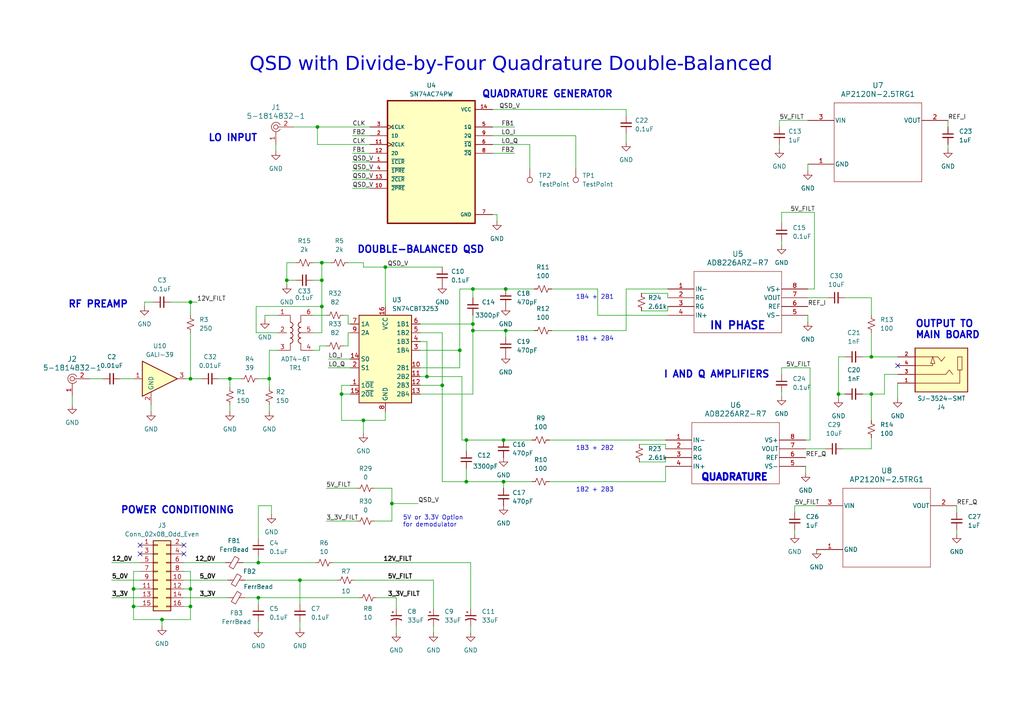
<source format=kicad_sch>
(kicad_sch (version 20230121) (generator eeschema)
  (paper "A4")
  (title_block (title "QSD4 with Divide-by-Four Quadrature Double-Balanced") (date "2023-10-26") (rev "1.0"))
  (lib_symbols
    (symbol "2023-10-04_14-23-21:AD8226ARZ-R7" (pin_names (offset 0.254))
      (property "Reference" "U" (at 20.32 10.16 0))
      (property "Value" "AD8226ARZ-R7" (at 20.32 7.62 0))
      (symbol "AD8226ARZ-R7_0_1"
        (pin unspecified line (at 0 0 0) (length 7.62) (name "IN-") (number "1"))
        (pin unspecified line (at 0 -2.54 0) (length 7.62) (name "RG") (number "2"))
        (pin unspecified line (at 0 -5.08 0) (length 7.62) (name "RG") (number "3"))
        (pin unspecified line (at 0 -7.62 0) (length 7.62) (name "IN+") (number "4"))
        (pin power_in line (at 40.64 -7.62 180) (length 7.62) (name "VS-") (number "5"))
        (pin unspecified line (at 40.64 -5.08 180) (length 7.62) (name "REF") (number "6"))
        (pin unspecified line (at 40.64 -2.54 180) (length 7.62) (name "VOUT") (number "7"))
        (pin power_in line (at 40.64 0 180) (length 7.62) (name "VS+") (number "8"))
      )
    )
    (symbol "2023-10-04_14-49-55:AP2120N-2.5TRG1" (pin_names (offset 0.254))
      (property "Reference" "U" (at 20.32 10.16 0))
      (property "Value" "AP2120N-2.5TRG1" (at 20.32 7.62 0))
      (symbol "AP2120N-2.5TRG1_0_1"
        (pin power_in line (at 0 -12.7 0) (length 7.62) (name "GND") (number "1"))
        (pin output line (at 40.64 0 180) (length 7.62) (name "VOUT") (number "2"))
        (pin input line (at 0 0 0) (length 7.62) (name "VIN") (number "3"))
      )
    )
    (symbol "Analog_Switch:SN74CBT3253"
      (property "Reference" "U" (at -7.62 13.97 0))
      (property "Value" "SN74CBT3253" (at -11.43 -13.97 0))
      (symbol "SN74CBT3253_1_1"
        (pin input line (at -10.16 -7.62 0) (length 2.54) (name "1~{OE}") (number "1"))
        (pin bidirectional line (at 10.16 -2.54 180) (length 2.54) (name "2B1") (number "10"))
        (pin bidirectional line (at 10.16 -5.08 180) (length 2.54) (name "2B2") (number "11"))
        (pin bidirectional line (at 10.16 -7.62 180) (length 2.54) (name "2B3") (number "12"))
        (pin bidirectional line (at 10.16 -10.16 180) (length 2.54) (name "2B4") (number "13"))
        (pin input line (at -10.16 0 0) (length 2.54) (name "S0") (number "14"))
        (pin input line (at -10.16 -10.16 0) (length 2.54) (name "2~{OE}") (number "15"))
        (pin power_in line (at 0 15.24 270) (length 2.54) (name "VCC") (number "16"))
        (pin input line (at -10.16 -2.54 0) (length 2.54) (name "S1") (number "2"))
        (pin bidirectional line (at 10.16 2.54 180) (length 2.54) (name "1B4") (number "3"))
        (pin bidirectional line (at 10.16 5.08 180) (length 2.54) (name "1B3") (number "4"))
        (pin bidirectional line (at 10.16 7.62 180) (length 2.54) (name "1B2") (number "5"))
        (pin bidirectional line (at 10.16 10.16 180) (length 2.54) (name "1B1") (number "6"))
        (pin bidirectional line (at -10.16 10.16 0) (length 2.54) (name "1A") (number "7"))
        (pin power_in line (at 0 -15.24 90) (length 2.54) (name "GND") (number "8"))
        (pin bidirectional line (at -10.16 7.62 0) (length 2.54) (name "2A") (number "9"))
      )
    )
    (symbol "Connector:TestPoint" (pin_numbers hide) (pin_names (offset 0.762) hide)
      (property "Reference" "TP" (at 0 6.858 0))
      (property "Value" "TestPoint" (at 0 5.08 0))
      (symbol "TestPoint_1_1"
        (pin passive line (at 0 0 90) (length 2.54) (name "1") (number "1"))
      )
    )
    (symbol "Connector_Generic:Conn_02x08_Odd_Even" (pin_names (offset 1.016) hide)
      (property "Reference" "J" (at 1.27 10.16 0))
      (property "Value" "Conn_02x08_Odd_Even" (at 1.27 -12.7 0))
      (symbol "Conn_02x08_Odd_Even_1_1"
        (pin passive line (at -5.08 7.62 0) (length 3.81) (name "Pin_1") (number "1"))
        (pin passive line (at 7.62 -2.54 180) (length 3.81) (name "Pin_10") (number "10"))
        (pin passive line (at -5.08 -5.08 0) (length 3.81) (name "Pin_11") (number "11"))
        (pin passive line (at 7.62 -5.08 180) (length 3.81) (name "Pin_12") (number "12"))
        (pin passive line (at -5.08 -7.62 0) (length 3.81) (name "Pin_13") (number "13"))
        (pin passive line (at 7.62 -7.62 180) (length 3.81) (name "Pin_14") (number "14"))
        (pin passive line (at -5.08 -10.16 0) (length 3.81) (name "Pin_15") (number "15"))
        (pin passive line (at 7.62 -10.16 180) (length 3.81) (name "Pin_16") (number "16"))
        (pin passive line (at 7.62 7.62 180) (length 3.81) (name "Pin_2") (number "2"))
        (pin passive line (at -5.08 5.08 0) (length 3.81) (name "Pin_3") (number "3"))
        (pin passive line (at 7.62 5.08 180) (length 3.81) (name "Pin_4") (number "4"))
        (pin passive line (at -5.08 2.54 0) (length 3.81) (name "Pin_5") (number "5"))
        (pin passive line (at 7.62 2.54 180) (length 3.81) (name "Pin_6") (number "6"))
        (pin passive line (at -5.08 0 0) (length 3.81) (name "Pin_7") (number "7"))
        (pin passive line (at 7.62 0 180) (length 3.81) (name "Pin_8") (number "8"))
        (pin passive line (at -5.08 -2.54 0) (length 3.81) (name "Pin_9") (number "9"))
      )
    )
    (symbol "Device:C_Polarized_Small_US" (pin_numbers hide) (pin_names (offset 0.254) hide)
      (property "Reference" "C" (at 0.254 1.778 0))
      (property "Value" "C_Polarized_Small_US" (at 0.254 -2.032 0))
      (symbol "C_Polarized_Small_US_1_1"
        (pin passive line (at 0 2.54 270) (length 2.032) (name "~") (number "1"))
        (pin passive line (at 0 -2.54 90) (length 2.032) (name "~") (number "2"))
      )
    )
    (symbol "Device:C_Small" (pin_numbers hide) (pin_names (offset 0.254) hide)
      (property "Reference" "C" (at 0.254 1.778 0))
      (property "Value" "C_Small" (at 0.254 -2.032 0))
      (symbol "C_Small_1_1"
        (pin passive line (at 0 2.54 270) (length 2.032) (name "~") (number "1"))
        (pin passive line (at 0 -2.54 90) (length 2.032) (name "~") (number "2"))
      )
    )
    (symbol "Device:FerriteBead_Small" (pin_numbers hide) (pin_names (offset 0))
      (property "Reference" "FB" (at 1.905 1.27 0))
      (property "Value" "FerriteBead_Small" (at 1.905 -1.27 0))
      (symbol "FerriteBead_Small_1_1"
        (pin passive line (at 0 2.54 270) (length 1.27) (name "~") (number "1"))
        (pin passive line (at 0 -2.54 90) (length 1.27) (name "~") (number "2"))
      )
    )
    (symbol "Device:R_Small_US" (pin_numbers hide) (pin_names (offset 0.254) hide)
      (property "Reference" "R" (at 0.762 0.508 0))
      (property "Value" "R_Small_US" (at 0.762 -1.016 0))
      (symbol "R_Small_US_1_1"
        (pin passive line (at 0 2.54 270) (length 1.016) (name "~") (number "1"))
        (pin passive line (at 0 -2.54 90) (length 1.016) (name "~") (number "2"))
      )
    )
    (symbol "RF_Amplifier:GALI-39"
      (property "Reference" "U" (at -1.27 7.62 0))
      (property "Value" "GALI-39" (at 2.54 5.08 0))
      (symbol "GALI-39_1_1"
        (pin input line (at -7.62 0 0) (length 2.54) (name "~") (number "1"))
        (pin power_in line (at -2.54 -7.62 90) (length 3.81) (name "GND") (number "2"))
        (pin output line (at 7.62 0 180) (length 2.54) (name "~") (number "3"))
      )
    )
    (symbol "SJ-3524-SMT:SJ-3524-SMT" (pin_names (offset 1.016) hide)
      (property "Reference" "J" (at -7.6454 8.2804 0))
      (property "Value" "SJ-3524-SMT" (at -7.6454 -7.6708 0))
      (symbol "SJ-3524-SMT_0_0"
        (pin passive line (at 12.7 5.08 180) (length 5.08) (name "~") (number "1"))
        (pin passive line (at 12.7 -2.54 180) (length 5.08) (name "~") (number "2"))
        (pin passive line (at 12.7 2.54 180) (length 5.08) (name "~") (number "3"))
        (pin passive line (at 12.7 0 180) (length 5.08) (name "~") (number "4"))
      )
    )
    (symbol "SN74AC74PW:SN74AC74PW" (pin_names (offset 1.016))
      (property "Reference" "U" (at -12.7 18.78 0))
      (property "Value" "SN74AC74PW" (at -12.7 -21.78 0))
      (symbol "SN74AC74PW_0_0"
        (pin input line (at -17.78 0 0) (length 5.08) (name "~{1CLR}") (number "1"))
        (pin input line (at -17.78 -7.62 0) (length 5.08) (name "~{2PRE}") (number "10"))
        (pin input clock (at -17.78 5.08 0) (length 5.08) (name "2CLK") (number "11"))
        (pin input line (at -17.78 2.54 0) (length 5.08) (name "2D") (number "12"))
        (pin input line (at -17.78 -5.08 0) (length 5.08) (name "~{2CLR}") (number "13"))
        (pin power_in line (at 17.78 15.24 180) (length 5.08) (name "VCC") (number "14"))
        (pin input line (at -17.78 7.62 0) (length 5.08) (name "1D") (number "2"))
        (pin input clock (at -17.78 10.16 0) (length 5.08) (name "1CLK") (number "3"))
        (pin input line (at -17.78 -2.54 0) (length 5.08) (name "~{1PRE}") (number "4"))
        (pin output line (at 17.78 10.16 180) (length 5.08) (name "1Q") (number "5"))
        (pin output line (at 17.78 5.08 180) (length 5.08) (name "~{1Q}") (number "6"))
        (pin power_in line (at 17.78 -15.24 180) (length 5.08) (name "GND") (number "7"))
        (pin output line (at 17.78 2.54 180) (length 5.08) (name "~{2Q}") (number "8"))
        (pin output line (at 17.78 7.62 180) (length 5.08) (name "2Q") (number "9"))
      )
    )
    (symbol "Transformer:ADT4-6T" (pin_names hide)
      (property "Reference" "TR1" (at 0 10.16 0))
      (property "Value" "ADT4-6T" (at 0 7.62 0))
      (symbol "ADT4-6T_1_1"
        (pin passive line (at -5.08 -5.08 0) (length 2.54) (name "~") (number "1"))
        (pin passive line (at -5.08 0 0) (length 2.54) (name "NOCONN") (number "2"))
        (pin passive line (at -5.08 5.08 0) (length 2.54) (name "~") (number "3"))
        (pin passive line (at 5.08 5.08 180) (length 2.54) (name "~") (number "4"))
        (pin passive line (at 5.08 0 180) (length 2.54) (name "~") (number "5"))
        (pin passive line (at 5.08 -5.08 180) (length 2.54) (name "~") (number "6"))
      )
    )
    (symbol "dk_Coaxial-Connectors-RF:5-1814832-1" (pin_names (offset 1.016))
      (property "Reference" "J" (at -2.54 1.27 0))
      (property "Value" "5-1814832-1" (at 1.27 -2.54 0))
      (symbol "5-1814832-1_1_1"
        (pin passive line (at 0 -5.08 90) (length 3.683) (name "~") (number "1"))
        (pin passive line (at 5.08 0 180) (length 4.445) (name "~") (number "2"))
      )
    )
    (symbol "power:GND" (power) (pin_names (offset 0))
      (property "Value" "GND" (at 0 -3.81 0))
      (symbol "GND_1_1"
        (pin power_in line (at 0 0 270) (length 0) hide (name "GND") (number "1"))
      )
    )
  )
  (junction (at 86.995 168.275))
  (junction (at 111.76 77.47))
  (junction (at 55.245 109.855))
  (junction (at 55.245 175.895))
  (junction (at 55.245 87.63))
  (junction (at 146.685 83.82))
  (junction (at 135.255 127.635))
  (junction (at 135.255 139.7))
  (junction (at 66.675 109.855))
  (junction (at 93.345 88.9))
  (junction (at 252.73 114.3))
  (junction (at 93.345 81.28))
  (junction (at 74.93 163.195))
  (junction (at 137.16 93.98))
  (junction (at 128.27 111.76))
  (junction (at 92.075 36.83))
  (junction (at 99.06 114.3))
  (junction (at 78.105 109.855))
  (junction (at 243.205 114.3))
  (junction (at 137.16 83.82))
  (junction (at 38.735 175.895))
  (junction (at 252.73 103.505))
  (junction (at 55.245 170.815))
  (junction (at 146.685 95.885))
  (junction (at 74.93 173.355))
  (junction (at 105.41 121.92))
  (junction (at 123.825 109.22))
  (junction (at 113.665 146.05))
  (junction (at 38.735 170.815))
  (junction (at 93.345 76.2))
  (junction (at 46.99 179.705))
  (junction (at 146.05 127.635))
  (junction (at 137.16 95.885))
  (junction (at 83.185 81.28))
  (junction (at 146.05 139.7))
  (junction (at 133.35 101.6))
  (no_connect (at 260.35 106.045))
  (no_connect (at 53.34 160.655))
  (no_connect (at 40.64 160.655))
  (no_connect (at 53.34 158.115))
  (no_connect (at 40.64 158.115))
  (wire (pts (xy 274.955 41.91) (xy 274.955 43.18)))
  (wire (pts (xy 186.055 90.17) (xy 193.675 90.17)))
  (wire (pts (xy 114.935 181.61) (xy 114.935 183.515)))
  (wire (pts (xy 233.68 130.175) (xy 239.395 130.175)))
  (wire (pts (xy 102.87 168.275) (xy 125.73 168.275)))
  (wire (pts (xy 121.92 99.06) (xy 123.825 99.06)))
  (wire (pts (xy 55.245 109.855) (xy 58.42 109.855)))
  (wire (pts (xy 108.585 141.605) (xy 113.665 141.605)))
  (wire (pts (xy 90.805 76.2) (xy 93.345 76.2)))
  (wire (pts (xy 234.95 127.635) (xy 234.95 106.68)))
  (wire (pts (xy 74.295 96.52) (xy 74.295 88.9)))
  (wire (pts (xy 167.005 48.895) (xy 167.005 39.37)))
  (wire (pts (xy 38.735 175.895) (xy 38.735 179.705)))
  (wire (pts (xy 185.42 128.905) (xy 193.04 128.905)))
  (wire (pts (xy 74.93 173.355) (xy 74.93 175.26)))
  (wire (pts (xy 181.61 95.885) (xy 181.61 83.82)))
  (wire (pts (xy 103.505 151.13) (xy 94.615 151.13)))
  (wire (pts (xy 226.06 34.925) (xy 226.06 36.83)))
  (wire (pts (xy 230.505 146.685) (xy 230.505 148.59)))
  (wire (pts (xy 38.735 170.815) (xy 40.64 170.815)))
  (wire (pts (xy 252.73 130.175) (xy 252.73 127)))
  (wire (pts (xy 256.54 114.3) (xy 256.54 108.585)))
  (wire (pts (xy 26.035 109.855) (xy 29.845 109.855)))
  (wire (pts (xy 99.06 114.3) (xy 99.06 111.76)))
  (wire (pts (xy 55.245 87.63) (xy 55.245 91.44)))
  (wire (pts (xy 80.01 41.91) (xy 80.01 43.815)))
  (wire (pts (xy 142.875 31.75) (xy 181.61 31.75)))
  (wire (pts (xy 137.16 83.82) (xy 146.685 83.82)))
  (wire (pts (xy 43.815 117.475) (xy 43.815 119.38)))
  (wire (pts (xy 71.12 173.355) (xy 74.93 173.355)))
  (wire (pts (xy 193.675 90.17) (xy 193.675 88.9)))
  (wire (pts (xy 137.16 83.82) (xy 137.16 86.36)))
  (wire (pts (xy 234.95 106.68) (xy 226.695 106.68)))
  (wire (pts (xy 55.245 165.735) (xy 55.245 170.815)))
  (wire (pts (xy 113.665 146.05) (xy 121.285 146.05)))
  (wire (pts (xy 78.105 109.855) (xy 78.105 112.395)))
  (wire (pts (xy 74.93 161.29) (xy 74.93 163.195)))
  (wire (pts (xy 41.91 88.9) (xy 41.91 87.63)))
  (wire (pts (xy 159.385 139.7) (xy 193.04 139.7)))
  (wire (pts (xy 93.345 81.28) (xy 93.345 88.9)))
  (wire (pts (xy 55.245 165.735) (xy 53.34 165.735)))
  (wire (pts (xy 93.345 88.9) (xy 93.345 96.52)))
  (wire (pts (xy 53.34 170.815) (xy 55.245 170.815)))
  (wire (pts (xy 99.06 114.3) (xy 99.06 121.92)))
  (wire (pts (xy 95.25 106.68) (xy 101.6 106.68)))
  (wire (pts (xy 226.695 69.85) (xy 226.695 71.12)))
  (wire (pts (xy 226.06 34.925) (xy 234.315 34.925)))
  (wire (pts (xy 99.06 121.92) (xy 105.41 121.92)))
  (wire (pts (xy 102.235 52.07) (xy 107.315 52.07)))
  (wire (pts (xy 113.665 146.05) (xy 113.665 151.13)))
  (wire (pts (xy 121.92 106.68) (xy 133.35 106.68)))
  (wire (pts (xy 99.06 111.76) (xy 101.6 111.76)))
  (wire (pts (xy 236.22 83.82) (xy 236.22 61.595)))
  (wire (pts (xy 193.04 139.7) (xy 193.04 135.255)))
  (wire (pts (xy 94.615 141.605) (xy 103.505 141.605)))
  (wire (pts (xy 41.91 87.63) (xy 44.45 87.63)))
  (wire (pts (xy 49.53 87.63) (xy 55.245 87.63)))
  (wire (pts (xy 78.74 146.685) (xy 78.74 149.225)))
  (wire (pts (xy 113.665 141.605) (xy 113.665 146.05)))
  (wire (pts (xy 125.73 181.61) (xy 125.73 183.515)))
  (wire (pts (xy 137.16 114.3) (xy 137.16 95.885)))
  (wire (pts (xy 74.93 109.855) (xy 78.105 109.855)))
  (wire (pts (xy 142.875 62.23) (xy 144.145 62.23)))
  (wire (pts (xy 90.805 81.28) (xy 93.345 81.28)))
  (wire (pts (xy 111.76 121.92) (xy 111.76 119.38)))
  (wire (pts (xy 186.055 85.09) (xy 193.675 85.09)))
  (wire (pts (xy 274.955 34.925) (xy 274.955 36.83)))
  (wire (pts (xy 53.34 163.195) (xy 65.405 163.195)))
  (wire (pts (xy 90.805 91.44) (xy 94.615 91.44)))
  (wire (pts (xy 86.995 168.275) (xy 97.79 168.275)))
  (wire (pts (xy 250.19 114.3) (xy 252.73 114.3)))
  (wire (pts (xy 105.41 76.2) (xy 105.41 77.47)))
  (wire (pts (xy 78.105 109.855) (xy 78.105 101.6)))
  (wire (pts (xy 133.35 101.6) (xy 133.35 83.82)))
  (wire (pts (xy 128.27 139.7) (xy 135.255 139.7)))
  (wire (pts (xy 92.71 101.6) (xy 92.71 100.33)))
  (wire (pts (xy 100.965 93.98) (xy 101.6 93.98)))
  (wire (pts (xy 86.995 180.34) (xy 86.995 182.245)))
  (wire (pts (xy 53.34 173.355) (xy 66.04 173.355)))
  (wire (pts (xy 74.93 156.21) (xy 74.93 146.685)))
  (wire (pts (xy 102.235 54.61) (xy 107.315 54.61)))
  (wire (pts (xy 135.255 127.635) (xy 146.05 127.635)))
  (wire (pts (xy 34.925 109.855) (xy 38.735 109.855)))
  (wire (pts (xy 80.645 91.44) (xy 76.835 91.44)))
  (wire (pts (xy 74.93 180.34) (xy 74.93 182.245)))
  (wire (pts (xy 245.11 103.505) (xy 243.205 103.505)))
  (wire (pts (xy 66.675 117.475) (xy 66.675 119.38)))
  (wire (pts (xy 55.245 170.815) (xy 55.245 175.895)))
  (wire (pts (xy 146.685 97.79) (xy 146.685 95.885)))
  (wire (pts (xy 146.05 141.605) (xy 146.05 139.7)))
  (wire (pts (xy 136.525 163.195) (xy 136.525 176.53)))
  (wire (pts (xy 92.075 36.83) (xy 107.315 36.83)))
  (wire (pts (xy 78.105 117.475) (xy 78.105 119.38)))
  (wire (pts (xy 256.54 114.3) (xy 252.73 114.3)))
  (wire (pts (xy 243.205 103.505) (xy 243.205 114.3)))
  (wire (pts (xy 137.16 95.885) (xy 146.685 95.885)))
  (wire (pts (xy 105.41 77.47) (xy 111.76 77.47)))
  (wire (pts (xy 260.35 111.125) (xy 260.35 115.57)))
  (wire (pts (xy 38.735 165.735) (xy 40.64 165.735)))
  (wire (pts (xy 111.76 77.47) (xy 111.76 88.9)))
  (wire (pts (xy 181.61 83.82) (xy 193.675 83.82)))
  (wire (pts (xy 85.725 76.2) (xy 83.185 76.2)))
  (wire (pts (xy 92.075 41.91) (xy 92.075 36.83)))
  (wire (pts (xy 121.92 114.3) (xy 137.16 114.3)))
  (wire (pts (xy 55.245 96.52) (xy 55.245 109.855)))
  (wire (pts (xy 146.05 127.635) (xy 154.305 127.635)))
  (wire (pts (xy 109.22 173.355) (xy 114.935 173.355)))
  (wire (pts (xy 193.04 128.905) (xy 193.04 130.175)))
  (wire (pts (xy 252.73 114.3) (xy 252.73 121.92)))
  (wire (pts (xy 32.385 163.195) (xy 40.64 163.195)))
  (wire (pts (xy 93.345 76.2) (xy 95.885 76.2)))
  (wire (pts (xy 142.875 41.91) (xy 153.67 41.91)))
  (wire (pts (xy 245.11 86.36) (xy 252.73 86.36)))
  (wire (pts (xy 135.255 139.7) (xy 146.05 139.7)))
  (wire (pts (xy 121.92 101.6) (xy 133.35 101.6)))
  (wire (pts (xy 160.02 95.885) (xy 181.61 95.885)))
  (wire (pts (xy 105.41 121.92) (xy 111.76 121.92)))
  (wire (pts (xy 121.92 93.98) (xy 137.16 93.98)))
  (wire (pts (xy 133.35 106.68) (xy 133.35 101.6)))
  (wire (pts (xy 100.965 96.52) (xy 101.6 96.52)))
  (wire (pts (xy 123.825 109.22) (xy 133.985 109.22)))
  (wire (pts (xy 234.315 91.44) (xy 234.315 93.345)))
  (wire (pts (xy 71.12 168.275) (xy 86.995 168.275)))
  (wire (pts (xy 185.42 133.985) (xy 193.04 133.985)))
  (wire (pts (xy 102.235 46.99) (xy 107.315 46.99)))
  (wire (pts (xy 252.73 103.505) (xy 260.35 103.505)))
  (wire (pts (xy 83.185 81.28) (xy 83.185 82.55)))
  (wire (pts (xy 135.255 135.89) (xy 135.255 139.7)))
  (wire (pts (xy 181.61 31.75) (xy 181.61 33.655)))
  (wire (pts (xy 53.34 168.275) (xy 66.04 168.275)))
  (wire (pts (xy 95.25 104.14) (xy 101.6 104.14)))
  (wire (pts (xy 133.985 109.22) (xy 133.985 127.635)))
  (wire (pts (xy 181.61 38.735) (xy 181.61 41.275)))
  (wire (pts (xy 193.675 85.09) (xy 193.675 86.36)))
  (wire (pts (xy 226.06 41.91) (xy 226.06 43.18)))
  (wire (pts (xy 133.35 83.82) (xy 137.16 83.82)))
  (wire (pts (xy 46.99 179.705) (xy 46.99 181.61)))
  (wire (pts (xy 66.675 109.855) (xy 69.85 109.855)))
  (wire (pts (xy 226.695 64.77) (xy 226.695 61.595)))
  (wire (pts (xy 32.385 168.275) (xy 40.64 168.275)))
  (wire (pts (xy 123.825 99.06) (xy 123.825 109.22)))
  (wire (pts (xy 108.585 151.13) (xy 113.665 151.13)))
  (wire (pts (xy 83.185 81.28) (xy 85.725 81.28)))
  (wire (pts (xy 38.735 170.815) (xy 38.735 165.735)))
  (wire (pts (xy 128.27 111.76) (xy 128.27 139.7)))
  (wire (pts (xy 78.105 101.6) (xy 80.645 101.6)))
  (wire (pts (xy 96.52 163.195) (xy 136.525 163.195)))
  (wire (pts (xy 85.09 36.83) (xy 92.075 36.83)))
  (wire (pts (xy 277.495 153.67) (xy 277.495 154.94)))
  (wire (pts (xy 142.875 39.37) (xy 167.005 39.37)))
  (wire (pts (xy 63.5 109.855) (xy 66.675 109.855)))
  (wire (pts (xy 133.985 127.635) (xy 135.255 127.635)))
  (wire (pts (xy 102.235 44.45) (xy 107.315 44.45)))
  (wire (pts (xy 92.075 41.91) (xy 107.315 41.91)))
  (wire (pts (xy 144.145 62.23) (xy 144.145 64.135)))
  (wire (pts (xy 55.245 87.63) (xy 57.15 87.63)))
  (wire (pts (xy 90.805 96.52) (xy 93.345 96.52)))
  (wire (pts (xy 135.255 127.635) (xy 135.255 130.81)))
  (wire (pts (xy 121.92 109.22) (xy 123.825 109.22)))
  (wire (pts (xy 70.485 163.195) (xy 74.93 163.195)))
  (wire (pts (xy 173.355 91.44) (xy 193.675 91.44)))
  (wire (pts (xy 55.245 175.895) (xy 53.34 175.895)))
  (wire (pts (xy 76.835 91.44) (xy 76.835 92.71)))
  (wire (pts (xy 173.355 83.82) (xy 173.355 91.44)))
  (wire (pts (xy 105.41 121.92) (xy 105.41 125.73)))
  (wire (pts (xy 234.315 86.36) (xy 240.03 86.36)))
  (wire (pts (xy 99.695 100.33) (xy 100.965 100.33)))
  (wire (pts (xy 252.73 96.52) (xy 252.73 103.505)))
  (wire (pts (xy 102.235 49.53) (xy 107.315 49.53)))
  (wire (pts (xy 142.875 44.45) (xy 149.225 44.45)))
  (wire (pts (xy 252.73 86.36) (xy 252.73 91.44)))
  (wire (pts (xy 226.695 106.68) (xy 226.695 108.585)))
  (wire (pts (xy 137.16 91.44) (xy 137.16 93.98)))
  (wire (pts (xy 111.76 77.47) (xy 128.27 77.47)))
  (wire (pts (xy 233.68 127.635) (xy 234.95 127.635)))
  (wire (pts (xy 233.68 135.255) (xy 233.68 137.16)))
  (wire (pts (xy 66.675 109.855) (xy 66.675 112.395)))
  (wire (pts (xy 243.205 114.3) (xy 245.11 114.3)))
  (wire (pts (xy 38.735 179.705) (xy 46.99 179.705)))
  (wire (pts (xy 121.92 96.52) (xy 128.27 96.52)))
  (wire (pts (xy 80.645 96.52) (xy 74.295 96.52)))
  (wire (pts (xy 121.92 111.76) (xy 128.27 111.76)))
  (wire (pts (xy 74.295 88.9) (xy 93.345 88.9)))
  (wire (pts (xy 100.965 100.33) (xy 100.965 96.52)))
  (wire (pts (xy 234.315 83.82) (xy 236.22 83.82)))
  (wire (pts (xy 74.93 173.355) (xy 104.14 173.355)))
  (wire (pts (xy 256.54 108.585) (xy 260.35 108.585)))
  (wire (pts (xy 146.685 83.82) (xy 154.94 83.82)))
  (wire (pts (xy 230.505 153.67) (xy 230.505 154.94)))
  (wire (pts (xy 160.02 83.82) (xy 173.355 83.82)))
  (wire (pts (xy 55.245 179.705) (xy 55.245 175.895)))
  (wire (pts (xy 226.695 61.595) (xy 236.22 61.595)))
  (wire (pts (xy 277.495 146.685) (xy 277.495 148.59)))
  (wire (pts (xy 74.93 163.195) (xy 91.44 163.195)))
  (wire (pts (xy 93.345 76.2) (xy 93.345 81.28)))
  (wire (pts (xy 90.805 101.6) (xy 92.71 101.6)))
  (wire (pts (xy 153.67 41.91) (xy 153.67 48.895)))
  (wire (pts (xy 226.695 113.665) (xy 226.695 114.935)))
  (wire (pts (xy 99.695 91.44) (xy 100.965 91.44)))
  (wire (pts (xy 20.955 114.935) (xy 20.955 117.475)))
  (wire (pts (xy 101.6 114.3) (xy 99.06 114.3)))
  (wire (pts (xy 100.965 91.44) (xy 100.965 93.98)))
  (wire (pts (xy 159.385 127.635) (xy 193.04 127.635)))
  (wire (pts (xy 234.315 47.625) (xy 234.315 49.53)))
  (wire (pts (xy 243.205 114.3) (xy 243.205 115.57)))
  (wire (pts (xy 146.05 139.7) (xy 154.305 139.7)))
  (wire (pts (xy 230.505 146.685) (xy 236.855 146.685)))
  (wire (pts (xy 92.71 100.33) (xy 94.615 100.33)))
  (wire (pts (xy 193.04 133.985) (xy 193.04 132.715)))
  (wire (pts (xy 46.99 179.705) (xy 55.245 179.705)))
  (wire (pts (xy 244.475 130.175) (xy 252.73 130.175)))
  (wire (pts (xy 102.235 39.37) (xy 107.315 39.37)))
  (wire (pts (xy 74.93 146.685) (xy 78.74 146.685)))
  (wire (pts (xy 250.19 103.505) (xy 252.73 103.505)))
  (wire (pts (xy 142.875 36.83) (xy 149.225 36.83)))
  (wire (pts (xy 136.525 181.61) (xy 136.525 183.515)))
  (wire (pts (xy 32.385 173.355) (xy 40.64 173.355)))
  (wire (pts (xy 40.64 175.895) (xy 38.735 175.895)))
  (wire (pts (xy 83.185 76.2) (xy 83.185 81.28)))
  (wire (pts (xy 128.27 96.52) (xy 128.27 111.76)))
  (wire (pts (xy 53.975 109.855) (xy 55.245 109.855)))
  (wire (pts (xy 146.685 95.885) (xy 154.94 95.885)))
  (wire (pts (xy 137.16 95.885) (xy 137.16 93.98)))
  (wire (pts (xy 86.995 168.275) (xy 86.995 175.26)))
  (wire (pts (xy 125.73 168.275) (xy 125.73 176.53)))
  (wire (pts (xy 114.935 173.355) (xy 114.935 176.53)))
  (wire (pts (xy 38.735 175.895) (xy 38.735 170.815)))
  (wire (pts (xy 100.965 76.2) (xy 105.41 76.2)))
  (text "1B2 + 2B3" (at 167.005 142.875 0) (effects (font (size 1.27 1.27)) (justify left bottom)))
  (text "1B3 + 2B2" (at 167.005 130.81 0) (effects (font (size 1.27 1.27)) (justify left bottom)))
  (text "QUADRATURE" (at 203.2 139.7 0) (effects (font (size 2 2) (thickness 0.5) bold) (justify left bottom)))
  (text "LO INPUT" (at 60.325 41.275 0) (effects (font (size 2 2) (thickness 0.4) bold) (justify left bottom)))
  (text "IN PHASE" (at 205.74 95.885 0) (effects (font (size 2.25 2.25) (thickness 0.45) bold) (justify left bottom)))
  (text "DOUBLE-BALANCED QSD" (at 103.505 73.66 0) (effects (font (size 2 2) (thickness 0.4) bold) (justify left bottom)))
  (text "QUADRATURE GENERATOR" (at 139.7 28.575 0) (effects (font (size 2 2) bold) (justify left bottom)))
  (text "POWER CONDITIONING" (at 34.925 149.225 0) (effects (font (size 2 2) bold) (justify left bottom)))
  (text "RF PREAMP" (at 19.685 89.535 0) (effects (font (size 2 2) bold) (justify left bottom)))
  (text "1B4 + 2B1" (at 167.005 86.995 0) (effects (font (size 1.27 1.27)) (justify left bottom)))
  (text "OUTPUT TO\nMAIN BOARD" (at 265.43 98.425 0) (effects (font (size 2 2) bold) (justify left bottom)))
  (text "5V or 3.3V Option\nfor demodulator" (at 116.84 153.035 0) (effects (font (size 1.27 1.27)) (justify left bottom)))
  (text "I AND Q AMPLIFIERS" (at 192.405 109.855 0) (effects (font (size 2 2) bold) (justify left bottom)))
  (text "1B1 + 2B4" (at 167.005 99.06 0) (effects (font (size 1.27 1.27)) (justify left bottom)))
  (text "QSD with Divide-by-Four Quadrature Double-Balanced" (at 72.39 22.225 0) (effects (font (size 4 4)) (justify left bottom)))
  (label "3_3V_FILT" (at 112.395 173.355 0) (effects (font bold)))
  (label "3_3V" (at 57.785 173.355 0) (effects (font bold)))
  (label "QSD_V" (at 102.235 54.61 0))
  (label "5V_FILT" (at 226.06 34.925 0))
  (label "FB2" (at 102.235 39.37 0))
  (label "FB2" (at 145.415 44.45 0))
  (label "5V_FILT" (at 230.505 146.685 0))
  (label "3_3V" (at 32.385 173.355 0) (effects (font bold)))
  (label "QSD_V" (at 102.235 52.07 0))
  (label "LO_I" (at 95.25 104.14 0))
  (label "5V_FILT" (at 229.235 61.595 0))
  (label "FB1" (at 145.415 36.83 0))
  (label "QSD_V" (at 102.235 46.99 0))
  (label "12V_FILT" (at 57.15 87.63 0))
  (label "REF_Q" (at 277.495 146.685 0))
  (label "QSD_V" (at 112.395 77.47 0))
  (label "LO_Q" (at 95.25 106.68 0))
  (label "3_3V_FILT" (at 94.615 151.13 0))
  (label "QSD_V" (at 121.285 146.05 0))
  (label "5V_FILT" (at 94.615 141.605 0))
  (label "QSD_V" (at 102.235 49.53 0))
  (label "CLK" (at 102.235 36.83 0))
  (label "REF_I" (at 274.955 34.925 0))
  (label "LO_I" (at 145.415 39.37 0))
  (label "12V_FILT" (at 111.125 163.195 0) (effects (font bold)))
  (label "FB1" (at 102.235 44.45 0))
  (label "12_0V" (at 56.515 163.195 0) (effects (font bold)))
  (label "QSD_V" (at 144.78 31.75 0))
  (label "CLK" (at 102.235 41.91 0))
  (label "12_0V" (at 32.385 163.195 0) (effects (font bold)))
  (label "LO_Q" (at 145.415 41.91 0))
  (label "5_0V" (at 32.385 168.275 0) (effects (font bold)))
  (label "REF_Q" (at 233.68 132.715 0))
  (label "5_0V" (at 57.785 168.275 0) (effects (font bold)))
  (label "5V_FILT" (at 227.965 106.68 0))
  (label "REF_I" (at 234.315 88.9 0))
  (label "5V_FILT" (at 112.395 168.275 0) (effects (font bold)))
  (symbol (lib_id "Device:C_Small") (at 230.505 151.13 0) (unit 1)
    (property "Reference" "C26" (at 233.68 149.8663 0) (effects (justify left)))
    (property "Value" "1uF" (at 233.68 152.4063 0) (effects (justify left)))
    (property "Footprint" "Capacitor_SMD:C_1206_3216Metric" (effects hide))
  )
  (symbol (lib_id "power:GND") (at 234.315 93.345 0) (unit 1)
    (property "Reference" "#PWR028" (effects hide))
    (property "Value" "GND" (at 234.315 98.425 0))
  )
  (symbol (lib_id "power:GND") (at 146.685 88.9 0) (unit 1)
    (property "Reference" "#PWR020" (effects hide))
    (property "Value" "GND" (at 146.685 93.98 0))
  )
  (symbol (lib_id "Device:R_Small_US") (at 157.48 83.82 90) (unit 1)
    (property "Reference" "R11" (at 157.48 77.47 90))
    (property "Value" "100" (at 157.48 80.01 90))
    (property "Footprint" "Resistor_SMD:R_1206_3216Metric" (effects hide))
  )
  (symbol (lib_id "Device:R_Small_US") (at 98.425 76.2 90) (unit 1)
    (property "Reference" "R5" (at 98.425 69.85 90))
    (property "Value" "2k" (at 98.425 72.39 90))
    (property "Footprint" "Resistor_SMD:R_1206_3216Metric" (effects hide))
  )
  (symbol (lib_id "power:GND") (at 277.495 154.94 0) (unit 1)
    (property "Reference" "#PWR036" (effects hide))
    (property "Value" "GND" (at 277.495 160.02 0))
  )
  (symbol (lib_id "power:GND") (at 181.61 41.275 0) (unit 1)
    (property "Reference" "#PWR025" (effects hide))
    (property "Value" "GND" (at 181.61 46.355 0))
  )
  (symbol (lib_id "Device:C_Small") (at 277.495 151.13 0) (unit 1)
    (property "Reference" "C27" (at 280.67 149.8663 0) (effects (justify left)))
    (property "Value" "1uF" (at 280.67 152.4063 0) (effects (justify left)))
    (property "Footprint" "Capacitor_SMD:C_1206_3216Metric" (effects hide))
  )
  (symbol (lib_id "Device:R_Small_US") (at 252.73 124.46 180) (unit 1)
    (property "Reference" "R14" (at 255.27 123.19 0) (effects (justify right)))
    (property "Value" "100" (at 255.27 125.73 0) (effects (justify right)))
    (property "Footprint" "Resistor_SMD:R_1206_3216Metric" (effects hide))
  )
  (symbol (lib_id "power:GND") (at 243.205 115.57 0) (unit 1)
    (property "Reference" "#PWR022" (effects hide))
    (property "Value" "GND" (at 243.205 120.65 0))
  )
  (symbol (lib_id "Device:R_Small_US") (at 72.39 109.855 90) (unit 1)
    (property "Reference" "R4" (at 72.39 104.14 90))
    (property "Value" "39" (at 72.39 106.68 90))
    (property "Footprint" "Resistor_SMD:R_1206_3216Metric" (effects hide))
  )
  (symbol (lib_id "Device:FerriteBead_Small") (at 68.58 168.275 90) (unit 1)
    (property "Reference" "FB2" (at 72.39 165.735 90))
    (property "Value" "FerrBead" (at 74.93 170.18 90))
    (property "Footprint" "Inductor_SMD:L_1206_3216Metric" (effects hide))
  )
  (symbol (lib_id "Device:C_Polarized_Small_US") (at 125.73 179.07 0) (unit 1)
    (property "Reference" "C9" (at 128.905 177.3682 0) (effects (justify left)))
    (property "Value" "33uF" (at 128.905 179.9082 0) (effects (justify left)))
    (property "Footprint" "Capacitor_THT:CP_Radial_D5.0mm_P2.00mm" (effects hide))
  )
  (symbol (lib_id "Device:R_Small_US") (at 106.045 151.13 90) (unit 1)
    (property "Reference" "R30" (at 106.045 145.415 90))
    (property "Value" "0" (at 106.045 147.955 90))
    (property "Footprint" "Resistor_SMD:R_1206_3216Metric" (effects hide))
  )
  (symbol (lib_id "power:GND") (at 76.835 92.71 0) (unit 1)
    (property "Reference" "#PWR033" (effects hide))
    (property "Value" "GND" (at 76.835 97.79 0))
  )
  (symbol (lib_id "SN74AC74PW:SN74AC74PW") (at 125.095 46.99 0) (unit 1)
    (property "Reference" "U4" (at 125.095 24.765 0))
    (property "Value" "SN74AC74PW" (at 125.095 27.305 0))
    (property "Footprint" "SN74AC74PW:SOP65P640X120-14N" (effects hide))
  )
  (symbol (lib_id "power:GND") (at 234.315 49.53 0) (unit 1)
    (property "Reference" "#PWR026" (effects hide))
    (property "Value" "GND" (at 234.315 54.61 0))
  )
  (symbol (lib_id "power:GND") (at 41.91 88.9 0) (unit 1)
    (property "Reference" "#PWR06" (effects hide))
    (property "Value" "GND" (at 41.91 93.98 0))
  )
  (symbol (lib_id "power:GND") (at 236.855 159.385 0) (unit 1)
    (property "Reference" "#PWR027" (effects hide))
    (property "Value" "GND" (at 236.855 164.465 0))
  )
  (symbol (lib_id "Device:C_Small") (at 74.93 177.8 0) (unit 1)
    (property "Reference" "C5" (at 78.105 176.5363 0) (effects (justify left)))
    (property "Value" "0.1uF" (at 78.105 179.0763 0) (effects (justify left)))
    (property "Footprint" "Capacitor_SMD:C_1206_3216Metric" (effects hide))
  )
  (symbol (lib_id "Device:R_Small_US") (at 66.675 114.935 0) (unit 1)
    (property "Reference" "R1" (at 68.58 113.665 0) (effects (justify left)))
    (property "Value" "150" (at 68.58 116.205 0) (effects (justify left)))
    (property "Footprint" "Resistor_SMD:R_1206_3216Metric" (effects hide))
  )
  (symbol (lib_id "2023-10-04_14-23-21:AD8226ARZ-R7") (at 193.04 127.635 0) (unit 1)
    (property "Reference" "U6" (at 213.36 117.475 0) (effects (font (size 1.524 1.524))))
    (property "Value" "AD8226ARZ-R7" (at 213.36 120.015 0) (effects (font (size 1.524 1.524))))
    (property "Footprint" "AD8129ARZ:R_8_ADI" (effects hide))
    (property "Datasheet" "AD8226ARZ-R7" (effects hide))
  )
  (symbol (lib_id "Device:R_Small_US") (at 252.73 93.98 180) (unit 1)
    (property "Reference" "R13" (at 255.27 92.71 0) (effects (justify right)))
    (property "Value" "100" (at 255.27 95.25 0) (effects (justify right)))
    (property "Footprint" "Resistor_SMD:R_1206_3216Metric" (effects hide))
  )
  (symbol (lib_id "Device:R_Small_US") (at 78.105 114.935 0) (unit 1)
    (property "Reference" "R2" (at 80.01 113.665 0) (effects (justify left)))
    (property "Value" "150" (at 80.01 116.205 0) (effects (justify left)))
    (property "Footprint" "Resistor_SMD:R_1206_3216Metric" (effects hide))
  )
  (symbol (lib_id "power:GND") (at 226.695 114.935 0) (unit 1)
    (property "Reference" "#PWR038" (effects hide))
    (property "Value" "GND" (at 226.695 120.015 0))
  )
  (symbol (lib_id "Device:C_Small") (at 46.99 87.63 90) (unit 1)
    (property "Reference" "C3" (at 46.9963 81.28 90))
    (property "Value" "0.1uF" (at 46.9963 83.82 90))
    (property "Footprint" "Capacitor_SMD:C_1206_3216Metric" (effects hide))
  )
  (symbol (lib_id "Device:C_Small") (at 181.61 36.195 180) (unit 1)
    (property "Reference" "C22" (at 184.15 34.9186 0) (effects (justify right)))
    (property "Value" "0.1uF" (at 184.15 37.4586 0) (effects (justify right)))
    (property "Footprint" "Capacitor_SMD:C_1206_3216Metric" (effects hide))
  )
  (symbol (lib_id "Device:C_Small") (at 32.385 109.855 90) (unit 1)
    (property "Reference" "C2" (at 32.3913 103.505 90))
    (property "Value" "0.01uF" (at 32.3913 106.045 90))
    (property "Footprint" "Capacitor_SMD:C_1206_3216Metric" (effects hide))
  )
  (symbol (lib_id "Transformer:ADT4-6T") (at 85.725 96.52 0) (mirror x) (unit 1)
    (property "Reference" "TR1" (at 85.725 106.68 0))
    (property "Value" "ADT4-6T" (at 85.725 104.14 0))
    (property "Footprint" "RF_Mini-Circuits:Mini-Circuits_CD637_H5.23mm" (effects hide))
    (property "Datasheet" "https://www.minicircuits.com/pdfs/ADT4-6T+.pdf" (effects hide))
  )
  (symbol (lib_id "Device:C_Small") (at 128.27 80.01 180) (unit 1)
    (property "Reference" "C10" (at 130.81 78.7336 0) (effects (justify right)))
    (property "Value" "0.1uF" (at 130.81 81.2736 0) (effects (justify right)))
    (property "Footprint" "Capacitor_SMD:C_1206_3216Metric" (effects hide))
  )
  (symbol (lib_id "Device:C_Small") (at 226.695 67.31 0) (unit 1)
    (property "Reference" "C15" (at 229.87 66.0463 0) (effects (justify left)))
    (property "Value" "0.1uF" (at 229.87 68.5863 0) (effects (justify left)))
    (property "Footprint" "Capacitor_SMD:C_1206_3216Metric" (effects hide))
  )
  (symbol (lib_id "Device:C_Small") (at 86.995 177.8 0) (unit 1)
    (property "Reference" "C7" (at 90.17 176.5363 0) (effects (justify left)))
    (property "Value" "0.1uF" (at 90.17 179.0763 0) (effects (justify left)))
    (property "Footprint" "Capacitor_SMD:C_1206_3216Metric" (effects hide))
  )
  (symbol (lib_id "Device:R_Small_US") (at 93.98 163.195 90) (unit 1)
    (property "Reference" "R6" (at 93.98 157.48 90))
    (property "Value" "10" (at 93.98 160.02 90))
    (property "Footprint" "Resistor_SMD:R_1206_3216Metric" (effects hide))
  )
  (symbol (lib_id "power:GND") (at 128.27 82.55 0) (unit 1)
    (property "Reference" "#PWR016" (effects hide))
    (property "Value" "GND" (at 128.27 87.63 0))
  )
  (symbol (lib_id "power:GND") (at 74.93 182.245 0) (unit 1)
    (property "Reference" "#PWR09" (effects hide))
    (property "Value" "GND" (at 74.93 187.325 0))
  )
  (symbol (lib_id "power:GND") (at 274.955 43.18 0) (unit 1)
    (property "Reference" "#PWR039" (effects hide))
    (property "Value" "GND" (at 274.955 48.26 0))
  )
  (symbol (lib_id "Device:R_Small_US") (at 88.265 76.2 90) (unit 1)
    (property "Reference" "R15" (at 88.265 69.85 90))
    (property "Value" "2k" (at 88.265 72.39 90))
    (property "Footprint" "Resistor_SMD:R_1206_3216Metric" (effects hide))
  )
  (symbol (lib_id "power:GND") (at 83.185 82.55 0) (unit 1)
    (property "Reference" "#PWR035" (effects hide))
    (property "Value" "GND" (at 83.185 87.63 0))
  )
  (symbol (lib_id "power:GND") (at 146.05 146.685 0) (unit 1)
    (property "Reference" "#PWR019" (effects hide))
    (property "Value" "GND" (at 146.05 151.765 0))
  )
  (symbol (lib_id "power:GND") (at 114.935 183.515 0) (unit 1)
    (property "Reference" "#PWR014" (effects hide))
    (property "Value" "GND" (at 114.935 188.595 0))
  )
  (symbol (lib_id "Device:R_Small_US") (at 97.155 100.33 90) (unit 1)
    (property "Reference" "R33" (at 97.155 93.98 90))
    (property "Value" "82" (at 97.155 96.52 90))
    (property "Footprint" "Resistor_SMD:R_1206_3216Metric" (effects hide))
  )
  (symbol (lib_id "power:GND") (at 146.685 102.87 0) (unit 1)
    (property "Reference" "#PWR021" (effects hide))
    (property "Value" "GND" (at 146.685 107.95 0))
  )
  (symbol (lib_id "power:GND") (at 43.815 119.38 0) (unit 1)
    (property "Reference" "#PWR07" (effects hide))
    (property "Value" "GND" (at 43.815 124.46 0))
  )
  (symbol (lib_id "power:GND") (at 144.145 64.135 0) (unit 1)
    (property "Reference" "#PWR024" (effects hide))
    (property "Value" "GND" (at 144.145 69.215 0))
  )
  (symbol (lib_id "Device:R_Small_US") (at 156.845 139.7 90) (unit 1)
    (property "Reference" "R10" (at 156.845 133.35 90))
    (property "Value" "100" (at 156.845 135.89 90))
    (property "Footprint" "Resistor_SMD:R_1206_3216Metric" (effects hide))
  )
  (symbol (lib_id "Device:C_Small") (at 146.685 100.33 0) (unit 1)
    (property "Reference" "C19" (at 149.86 99.0663 0) (effects (justify left)))
    (property "Value" "470pF" (at 149.86 101.6063 0) (effects (justify left)))
    (property "Footprint" "Capacitor_SMD:C_1206_3216Metric" (effects hide))
  )
  (symbol (lib_id "Device:R_Small_US") (at 157.48 95.885 90) (unit 1)
    (property "Reference" "R12" (at 157.48 89.535 90))
    (property "Value" "100" (at 157.48 92.075 90))
    (property "Footprint" "Resistor_SMD:R_1206_3216Metric" (effects hide))
  )
  (symbol (lib_id "power:GND") (at 233.68 137.16 0) (unit 1)
    (property "Reference" "#PWR029" (effects hide))
    (property "Value" "GND" (at 233.68 142.24 0))
  )
  (symbol (lib_id "dk_Coaxial-Connectors-RF:5-1814832-1") (at 20.955 109.855 0) (unit 1)
    (property "Reference" "J2" (at 20.9549 104.14 0) (effects (font (size 1.524 1.524))))
    (property "Value" "5-1814832-1" (at 20.9549 106.68 0) (effects (font (size 1.524 1.524))))
    (property "Footprint" "digikey-footprints:RF_SMA_Vertical_5-1814832-1" (effects hide))
    (property "Datasheet" "https://www.te.com/commerce/DocumentDelivery/DDEController?Action=srchrtrv&DocNm=1814832&DocType=Customer+Drawing&DocLang=English" (effects hide))
    (property "Digi-Key_PN" "A97594-ND" (effects hide))
    (property "MPN" "5-1814832-1" (effects hide))
    (property "Category" "Connectors, Interconnects" (effects hide))
    (property "Family" "Coaxial Connectors (RF)" (effects hide))
    (property "DK_Datasheet_Link" "https://www.te.com/commerce/DocumentDelivery/DDEController?Action=srchrtrv&DocNm=1814832&DocType=Customer+Drawing&DocLang=English" (effects hide))
    (property "DK_Detail_Page" "/product-detail/en/te-connectivity-amp-connectors/5-1814832-1/A97594-ND/1755982" (effects hide))
    (property "Description" "CONN SMA JACK STR 50 OHM PCB" (effects hide))
    (property "Manufacturer" "TE Connectivity AMP Connectors" (effects hide))
    (property "Status" "Active" (effects hide))
  )
  (symbol (lib_id "power:GND") (at 230.505 154.94 0) (unit 1)
    (property "Reference" "#PWR031" (effects hide))
    (property "Value" "GND" (at 230.505 160.02 0))
  )
  (symbol (lib_id "power:GND") (at 46.99 181.61 0) (unit 1)
    (property "Reference" "#PWR05" (effects hide))
    (property "Value" "GND" (at 46.99 186.69 0))
  )
  (symbol (lib_id "Device:C_Small") (at 146.685 86.36 0) (unit 1)
    (property "Reference" "C18" (at 149.86 85.0963 0) (effects (justify left)))
    (property "Value" "470pF" (at 149.86 87.6363 0) (effects (justify left)))
    (property "Footprint" "Capacitor_SMD:C_1206_3216Metric" (effects hide))
  )
  (symbol (lib_id "Device:C_Small") (at 135.255 133.35 180) (unit 1)
    (property "Reference" "C12" (at 138.43 132.0736 0) (effects (justify right)))
    (property "Value" "3300pF" (at 137.16 135.255 0) (effects (justify right)))
    (property "Footprint" "Capacitor_SMD:C_1206_3216Metric" (effects hide))
  )
  (symbol (lib_id "Device:FerriteBead_Small") (at 68.58 173.355 90) (unit 1)
    (property "Reference" "FB3" (at 68.58 177.8 90))
    (property "Value" "FerrBead" (at 68.58 180.34 90))
    (property "Footprint" "Inductor_SMD:L_1206_3216Metric" (effects hide))
  )
  (symbol (lib_id "Device:C_Small") (at 242.57 86.36 90) (unit 1)
    (property "Reference" "C30" (at 242.5763 80.01 90))
    (property "Value" "10uF" (at 242.5763 82.55 90))
    (property "Footprint" "Capacitor_SMD:C_1206_3216Metric" (effects hide))
  )
  (symbol (lib_id "Device:R_Small_US") (at 106.68 173.355 90) (unit 1)
    (property "Reference" "R8" (at 106.68 176.53 90))
    (property "Value" "10" (at 106.68 179.07 90))
    (property "Footprint" "Resistor_SMD:R_1206_3216Metric" (effects hide))
  )
  (symbol (lib_id "Device:R_Small_US") (at 55.245 93.98 0) (unit 1)
    (property "Reference" "R3" (at 57.785 92.71 0) (effects (justify left)))
    (property "Value" "250" (at 57.785 95.25 0) (effects (justify left)))
    (property "Footprint" "Resistor_SMD:R_1206_3216Metric" (effects hide))
  )
  (symbol (lib_id "Connector_Generic:Conn_02x08_Odd_Even") (at 45.72 165.735 0) (unit 1)
    (property "Reference" "J3" (at 46.99 152.4 0))
    (property "Value" "Conn_02x08_Odd_Even" (at 46.99 154.94 0))
    (property "Footprint" "Connector_IDC:IDC-Header_2x08_P2.54mm_Vertical" (effects hide))
  )
  (symbol (lib_id "Connector:TestPoint") (at 167.005 48.895 180) (unit 1)
    (property "Reference" "TP1" (at 168.91 50.927 0) (effects (justify right)))
    (property "Value" "TestPoint" (at 168.91 53.467 0) (effects (justify right)))
    (property "Footprint" "TestPoint:TestPoint_Pad_D1.0mm" (effects hide))
  )
  (symbol (lib_id "Device:R_Small_US") (at 106.045 141.605 90) (unit 1)
    (property "Reference" "R29" (at 106.045 135.89 90))
    (property "Value" "0" (at 106.045 138.43 90))
    (property "Footprint" "Resistor_SMD:R_1206_3216Metric" (effects hide))
  )
  (symbol (lib_id "power:GND") (at 226.695 71.12 0) (unit 1)
    (property "Reference" "#PWR040" (effects hide))
    (property "Value" "GND" (at 226.695 76.2 0))
  )
  (symbol (lib_id "Device:C_Small") (at 74.93 158.75 0) (unit 1)
    (property "Reference" "C4" (at 78.105 157.4863 0) (effects (justify left)))
    (property "Value" "0.1uF" (at 78.105 160.0263 0) (effects (justify left)))
    (property "Footprint" "Capacitor_SMD:C_1206_3216Metric" (effects hide))
  )
  (symbol (lib_id "Device:C_Small") (at 226.695 111.125 0) (unit 1)
    (property "Reference" "C24" (at 229.87 109.8613 0) (effects (justify left)))
    (property "Value" "0.1uF" (at 229.87 112.4013 0) (effects (justify left)))
    (property "Footprint" "Capacitor_SMD:C_1206_3216Metric" (effects hide))
  )
  (symbol (lib_id "power:GND") (at 66.675 119.38 0) (unit 1)
    (property "Reference" "#PWR041" (effects hide))
    (property "Value" "GND" (at 66.675 124.46 0))
  )
  (symbol (lib_id "power:GND") (at 260.35 115.57 0) (unit 1)
    (property "Reference" "#PWR030" (effects hide))
    (property "Value" "GND" (at 260.35 120.65 0))
  )
  (symbol (lib_id "Device:C_Small") (at 274.955 39.37 0) (unit 1)
    (property "Reference" "C23" (at 278.13 38.1063 0) (effects (justify left)))
    (property "Value" "1uF" (at 278.13 40.6463 0) (effects (justify left)))
    (property "Footprint" "Capacitor_SMD:C_1206_3216Metric" (effects hide))
  )
  (symbol (lib_id "power:GND") (at 146.05 132.715 0) (unit 1)
    (property "Reference" "#PWR018" (effects hide))
    (property "Value" "GND" (at 146.05 137.795 0))
  )
  (symbol (lib_id "power:GND") (at 80.01 43.815 0) (unit 1)
    (property "Reference" "#PWR01" (effects hide))
    (property "Value" "GND" (at 80.01 48.895 0))
  )
  (symbol (lib_id "Device:R_Small_US") (at 185.42 131.445 180) (unit 1)
    (property "Reference" "R23" (at 187.96 130.175 0) (effects (justify right)))
    (property "Value" "2.61k" (at 187.96 132.715 0) (effects (justify right)))
    (property "Footprint" "Resistor_SMD:R_1206_3216Metric" (effects hide))
  )
  (symbol (lib_id "2023-10-04_14-49-55:AP2120N-2.5TRG1") (at 234.315 34.925 0) (unit 1)
    (property "Reference" "U7" (at 254.635 24.765 0) (effects (font (size 1.524 1.524))))
    (property "Value" "AP2120N-2.5TRG1" (at 254.635 27.305 0) (effects (font (size 1.524 1.524))))
    (property "Footprint" "AP2120N:SOT-23_DIO" (effects hide))
    (property "Datasheet" "AP2120N-2.5TRG1" (effects hide))
  )
  (symbol (lib_id "dk_Coaxial-Connectors-RF:5-1814832-1") (at 80.01 36.83 0) (unit 1)
    (property "Reference" "J1" (at 80.0099 31.115 0) (effects (font (size 1.524 1.524))))
    (property "Value" "5-1814832-1" (at 80.0099 33.655 0) (effects (font (size 1.524 1.524))))
    (property "Footprint" "digikey-footprints:RF_SMA_Vertical_5-1814832-1" (effects hide))
    (property "Datasheet" "https://www.te.com/commerce/DocumentDelivery/DDEController?Action=srchrtrv&DocNm=1814832&DocType=Customer+Drawing&DocLang=English" (effects hide))
    (property "Digi-Key_PN" "A97594-ND" (effects hide))
    (property "MPN" "5-1814832-1" (effects hide))
    (property "Category" "Connectors, Interconnects" (effects hide))
    (property "Family" "Coaxial Connectors (RF)" (effects hide))
    (property "DK_Datasheet_Link" "https://www.te.com/commerce/DocumentDelivery/DDEController?Action=srchrtrv&DocNm=1814832&DocType=Customer+Drawing&DocLang=English" (effects hide))
    (property "DK_Detail_Page" "/product-detail/en/te-connectivity-amp-connectors/5-1814832-1/A97594-ND/1755982" (effects hide))
    (property "Description" "CONN SMA JACK STR 50 OHM PCB" (effects hide))
    (property "Manufacturer" "TE Connectivity AMP Connectors" (effects hide))
    (property "Status" "Active" (effects hide))
  )
  (symbol (lib_id "Device:C_Polarized_Small_US") (at 114.935 179.07 0) (unit 1)
    (property "Reference" "C8" (at 118.11 177.3682 0) (effects (justify left)))
    (property "Value" "33uF" (at 118.11 179.9082 0) (effects (justify left)))
    (property "Footprint" "Capacitor_THT:CP_Radial_D5.0mm_P2.00mm" (effects hide))
  )
  (symbol (lib_id "power:GND") (at 125.73 183.515 0) (unit 1)
    (property "Reference" "#PWR015" (effects hide))
    (property "Value" "GND" (at 125.73 188.595 0))
  )
  (symbol (lib_id "Device:R_Small_US") (at 186.055 87.63 0) (unit 1)
    (property "Reference" "R24" (at 187.96 86.36 0) (effects (justify left)))
    (property "Value" "2.61k" (at 187.96 88.9 0) (effects (justify left)))
    (property "Footprint" "Resistor_SMD:R_1206_3216Metric" (effects hide))
  )
  (symbol (lib_id "Device:C_Small") (at 247.65 114.3 90) (unit 1)
    (property "Reference" "C20" (at 247.6563 107.315 90))
    (property "Value" "1nF" (at 247.6563 109.855 90))
    (property "Footprint" "Capacitor_SMD:C_1206_3216Metric" (effects hide))
  )
  (symbol (lib_id "power:GND") (at 105.41 125.73 0) (unit 1)
    (property "Reference" "#PWR013" (effects hide))
    (property "Value" "GND" (at 105.41 130.81 0))
  )
  (symbol (lib_id "Connector:TestPoint") (at 153.67 48.895 180) (unit 1)
    (property "Reference" "TP2" (at 156.21 50.927 0) (effects (justify right)))
    (property "Value" "TestPoint" (at 156.21 53.467 0) (effects (justify right)))
    (property "Footprint" "TestPoint:TestPoint_Pad_D1.0mm" (effects hide))
  )
  (symbol (lib_id "Device:C_Polarized_Small_US") (at 136.525 179.07 0) (unit 1)
    (property "Reference" "C11" (at 139.7 177.3682 0) (effects (justify left)))
    (property "Value" "33uF" (at 139.7 179.9082 0) (effects (justify left)))
    (property "Footprint" "Capacitor_THT:CP_Radial_D5.0mm_P2.00mm" (effects hide))
  )
  (symbol (lib_id "Device:C_Small") (at 146.05 144.145 0) (unit 1)
    (property "Reference" "C17" (at 148.59 142.8813 0) (effects (justify left)))
    (property "Value" "470pF" (at 148.59 145.4213 0) (effects (justify left)))
    (property "Footprint" "Capacitor_SMD:C_1206_3216Metric" (effects hide))
  )
  (symbol (lib_id "power:GND") (at 78.105 119.38 0) (unit 1)
    (property "Reference" "#PWR042" (effects hide))
    (property "Value" "GND" (at 78.105 124.46 0))
  )
  (symbol (lib_id "RF_Amplifier:GALI-39") (at 46.355 109.855 0) (unit 1)
    (property "Reference" "U10" (at 46.355 100.33 0))
    (property "Value" "GALI-39" (at 46.355 102.87 0))
    (property "Footprint" "Package_TO_SOT_SMD:SOT-89-3" (effects hide))
    (property "Datasheet" "https://www.minicircuits.com/pdfs/GALI-39+.pdf" (effects hide))
  )
  (symbol (lib_id "Device:C_Small") (at 226.06 39.37 0) (unit 1)
    (property "Reference" "C13" (at 228.6 38.1063 0) (effects (justify left)))
    (property "Value" "1uF" (at 228.6 40.6463 0) (effects (justify left)))
    (property "Footprint" "Capacitor_SMD:C_1206_3216Metric" (effects hide))
  )
  (symbol (lib_id "SJ-3524-SMT:SJ-3524-SMT") (at 273.05 106.045 180) (unit 1)
    (property "Reference" "J4" (at 271.78 118.11 0) (effects (justify right)))
    (property "Value" "SJ-3524-SMT" (at 266.065 115.57 0) (effects (justify right)))
    (property "Footprint" "SJ-3524-SMT:CUI_SJ-3524-SMT" (effects hide))
    (property "STANDARD" "Manufacturer recommendations" (effects hide))
    (property "PARTREV" "1.03" (effects hide))
    (property "MF" "CUI Inc" (effects hide))
  )
  (symbol (lib_id "power:GND") (at 226.06 43.18 0) (unit 1)
    (property "Reference" "#PWR037" (effects hide))
    (property "Value" "GND" (at 226.06 48.26 0))
  )
  (symbol (lib_id "Device:R_Small_US") (at 156.845 127.635 90) (unit 1)
    (property "Reference" "R9" (at 156.845 121.285 90))
    (property "Value" "100" (at 156.845 123.825 90))
    (property "Footprint" "Resistor_SMD:R_1206_3216Metric" (effects hide))
  )
  (symbol (lib_id "Analog_Switch:SN74CBT3253") (at 111.76 104.14 0) (unit 1)
    (property "Reference" "U3" (at 113.7159 86.995 0) (effects (justify left)))
    (property "Value" "SN74CBT3253" (at 113.7159 89.535 0) (effects (justify left)))
    (property "Footprint" "Package_SO:SSOP-16_4.4x5.2mm_P0.65mm" (effects hide))
    (property "Datasheet" "http://www.ti.com/lit/gpn/sn74cbt3253" (effects hide))
  )
  (symbol (lib_id "2023-10-04_14-49-55:AP2120N-2.5TRG1") (at 236.855 146.685 0) (unit 1)
    (property "Reference" "U8" (at 257.175 136.525 0) (effects (font (size 1.524 1.524))))
    (property "Value" "AP2120N-2.5TRG1" (at 257.175 139.065 0) (effects (font (size 1.524 1.524))))
    (property "Footprint" "AP2120N:SOT-23_DIO" (effects hide))
    (property "Datasheet" "AP2120N-2.5TRG1" (effects hide))
  )
  (symbol (lib_id "Device:R_Small_US") (at 97.155 91.44 90) (unit 1)
    (property "Reference" "R32" (at 97.155 85.09 90))
    (property "Value" "82" (at 97.155 87.63 90))
    (property "Footprint" "Resistor_SMD:R_1206_3216Metric" (effects hide))
  )
  (symbol (lib_id "Device:R_Small_US") (at 100.33 168.275 90) (unit 1)
    (property "Reference" "R7" (at 100.33 165.735 90))
    (property "Value" "10" (at 100.33 171.45 90))
    (property "Footprint" "Resistor_SMD:R_1206_3216Metric" (effects hide))
  )
  (symbol (lib_id "2023-10-04_14-23-21:AD8226ARZ-R7") (at 193.675 83.82 0) (unit 1)
    (property "Reference" "U5" (at 213.995 73.66 0) (effects (font (size 1.524 1.524))))
    (property "Value" "AD8226ARZ-R7" (at 213.995 76.2 0) (effects (font (size 1.524 1.524))))
    (property "Footprint" "AD8129ARZ:R_8_ADI" (effects hide))
    (property "Datasheet" "AD8226ARZ-R7" (effects hide))
  )
  (symbol (lib_id "Device:FerriteBead_Small") (at 67.945 163.195 90) (unit 1)
    (property "Reference" "FB1" (at 67.9069 156.845 90))
    (property "Value" "FerrBead" (at 67.9069 159.385 90))
    (property "Footprint" "Inductor_SMD:L_1206_3216Metric" (effects hide))
  )
  (symbol (lib_id "Device:C_Small") (at 146.05 130.175 0) (unit 1)
    (property "Reference" "C16" (at 148.59 128.9113 0) (effects (justify left)))
    (property "Value" "470pF" (at 148.59 131.4513 0) (effects (justify left)))
    (property "Footprint" "Capacitor_SMD:C_1206_3216Metric" (effects hide))
  )
  (symbol (lib_id "power:GND") (at 78.74 149.225 0) (unit 1)
    (property "Reference" "#PWR010" (effects hide))
    (property "Value" "GND" (at 78.74 154.305 0))
  )
  (symbol (lib_id "Device:C_Small") (at 137.16 88.9 180) (unit 1)
    (property "Reference" "C14" (at 139.7 87.6236 0) (effects (justify right)))
    (property "Value" "3300pF" (at 137.795 91.44 0) (effects (justify right)))
    (property "Footprint" "Capacitor_SMD:C_1206_3216Metric" (effects hide))
  )
  (symbol (lib_id "power:GND") (at 136.525 183.515 0) (unit 1)
    (property "Reference" "#PWR017" (effects hide))
    (property "Value" "GND" (at 136.525 188.595 0))
  )
  (symbol (lib_id "power:GND") (at 20.955 117.475 0) (unit 1)
    (property "Reference" "#PWR03" (effects hide))
    (property "Value" "GND" (at 20.955 122.555 0))
  )
  (symbol (lib_id "Device:C_Small") (at 60.96 109.855 90) (unit 1)
    (property "Reference" "C32" (at 60.9663 103.505 90))
    (property "Value" "0.01uF" (at 60.9663 106.045 90))
    (property "Footprint" "Capacitor_SMD:C_1206_3216Metric" (effects hide))
  )
  (symbol (lib_id "power:GND") (at 86.995 182.245 0) (unit 1)
    (property "Reference" "#PWR012" (effects hide))
    (property "Value" "GND" (at 86.995 187.325 0))
  )
  (symbol (lib_id "Device:C_Small") (at 88.265 81.28 90) (unit 1)
    (property "Reference" "C33" (at 88.265 84.455 90))
    (property "Value" "0.1uF" (at 88.265 86.36 90))
    (property "Footprint" "Capacitor_SMD:C_1206_3216Metric" (effects hide))
  )
  (symbol (lib_id "Device:C_Small") (at 247.65 103.505 90) (unit 1)
    (property "Reference" "C21" (at 247.6563 96.52 90))
    (property "Value" "1nF" (at 247.6563 99.06 90))
    (property "Footprint" "Capacitor_SMD:C_1206_3216Metric" (effects hide))
  )
  (symbol (lib_id "Device:C_Small") (at 241.935 130.175 90) (unit 1)
    (property "Reference" "C29" (at 241.9413 123.19 90))
    (property "Value" "10uF" (at 241.9413 125.73 90))
    (property "Footprint" "Capacitor_SMD:C_1206_3216Metric" (effects hide))
  )
)
</source>
